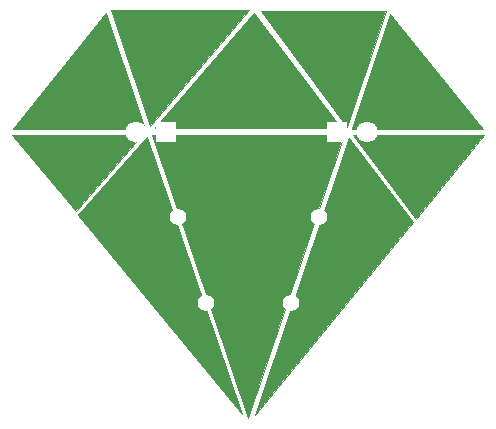
<source format=gbr>
%TF.GenerationSoftware,KiCad,Pcbnew,8.0.8*%
%TF.CreationDate,2025-04-07T01:52:13-03:00*%
%TF.ProjectId,Sao_Diamond,53616f5f-4469-4616-9d6f-6e642e6b6963,rev?*%
%TF.SameCoordinates,Original*%
%TF.FileFunction,Legend,Top*%
%TF.FilePolarity,Positive*%
%FSLAX46Y46*%
G04 Gerber Fmt 4.6, Leading zero omitted, Abs format (unit mm)*
G04 Created by KiCad (PCBNEW 8.0.8) date 2025-04-07 01:52:13*
%MOMM*%
%LPD*%
G01*
G04 APERTURE LIST*
G04 Aperture macros list*
%AMHorizOval*
0 Thick line with rounded ends*
0 $1 width*
0 $2 $3 position (X,Y) of the first rounded end (center of the circle)*
0 $4 $5 position (X,Y) of the second rounded end (center of the circle)*
0 Add line between two ends*
20,1,$1,$2,$3,$4,$5,0*
0 Add two circle primitives to create the rounded ends*
1,1,$1,$2,$3*
1,1,$1,$4,$5*%
G04 Aperture macros list end*
%ADD10C,0.100000*%
%ADD11R,1.800000X1.800000*%
%ADD12C,1.800000*%
%ADD13C,1.400000*%
%ADD14HorizOval,1.400000X0.000000X0.000000X0.000000X0.000000X0*%
%ADD15HorizOval,1.400000X0.000000X0.000000X0.000000X0.000000X0*%
G04 APERTURE END LIST*
D10*
X170615088Y-49973645D02*
X167378266Y-40216937D01*
X179000000Y-40216937D01*
X170615088Y-49973645D01*
G36*
X170615088Y-49973645D02*
G01*
X167378266Y-40216937D01*
X179000000Y-40216937D01*
X170615088Y-49973645D01*
G37*
X187092056Y-50805971D02*
X178984587Y-74743044D01*
X170861703Y-50790557D01*
X187092056Y-50805971D01*
G36*
X187092056Y-50805971D02*
G01*
X178984587Y-74743044D01*
X170861703Y-50790557D01*
X187092056Y-50805971D01*
G37*
X178429703Y-74388535D02*
X164602595Y-57520954D01*
X170445541Y-50898451D01*
X178429703Y-74388535D01*
G36*
X178429703Y-74388535D02*
G01*
X164602595Y-57520954D01*
X170445541Y-50898451D01*
X178429703Y-74388535D01*
G37*
X192900749Y-58116779D02*
X179554884Y-74450188D01*
X187500000Y-51000000D01*
X192900749Y-58116779D01*
G36*
X192900749Y-58116779D02*
G01*
X179554884Y-74450188D01*
X187500000Y-51000000D01*
X192900749Y-58116779D01*
G37*
X187354085Y-50066126D02*
X180017287Y-40232351D01*
X190652561Y-40232351D01*
X187354085Y-50066126D01*
G36*
X187354085Y-50066126D02*
G01*
X180017287Y-40232351D01*
X190652561Y-40232351D01*
X187354085Y-50066126D01*
G37*
X186814614Y-50204847D02*
X171077492Y-50204847D01*
X179477817Y-40401898D01*
X186814614Y-50204847D01*
G36*
X186814614Y-50204847D02*
G01*
X171077492Y-50204847D01*
X179477817Y-40401898D01*
X186814614Y-50204847D01*
G37*
X170214339Y-50220260D02*
X159039595Y-50220260D01*
X166931276Y-40432725D01*
X170214339Y-50220260D01*
G36*
X170214339Y-50220260D02*
G01*
X159039595Y-50220260D01*
X166931276Y-40432725D01*
X170214339Y-50220260D01*
G37*
X164376531Y-57205835D02*
X159008768Y-50759730D01*
X169998551Y-50759730D01*
X164376531Y-57205835D01*
G36*
X164376531Y-57205835D02*
G01*
X159008768Y-50759730D01*
X169998551Y-50759730D01*
X164376531Y-57205835D01*
G37*
X198860254Y-50245660D02*
X187762577Y-50245660D01*
X191014813Y-40504365D01*
X198860254Y-50245660D01*
G36*
X198860254Y-50245660D02*
G01*
X187762577Y-50245660D01*
X191014813Y-40504365D01*
X198860254Y-50245660D01*
G37*
X193137089Y-57839337D02*
X187847315Y-50790557D01*
X198944992Y-50790557D01*
X193137089Y-57839337D01*
G36*
X193137089Y-57839337D02*
G01*
X187847315Y-50790557D01*
X198944992Y-50790557D01*
X193137089Y-57839337D01*
G37*
%LPC*%
D11*
%TO.C,D2*%
X186460000Y-50500000D03*
D12*
X189000000Y-50500000D03*
%TD*%
D11*
%TO.C,D1*%
X172000000Y-50500000D03*
D12*
X169460000Y-50500000D03*
%TD*%
D13*
%TO.C,R1*%
X175417863Y-64976227D03*
D14*
X173000000Y-57750000D03*
%TD*%
D13*
%TO.C,R2*%
X182582138Y-64976227D03*
D15*
X185000000Y-57750000D03*
%TD*%
%LPD*%
M02*

</source>
